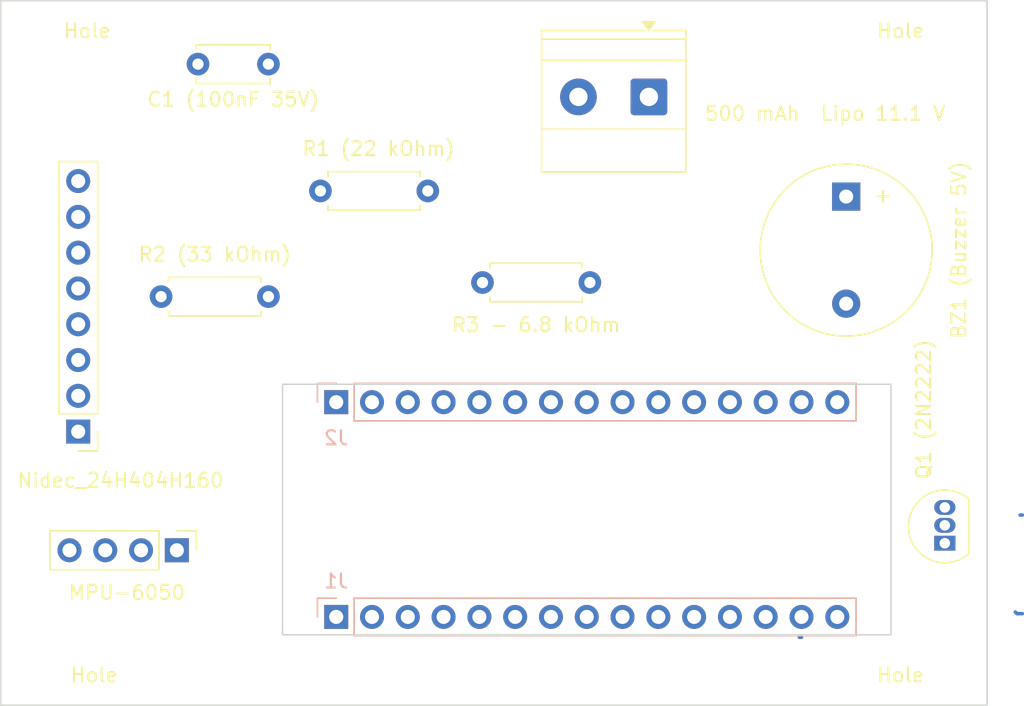
<source format=kicad_pcb>
(kicad_pcb (version 20241229) (generator "pcbnew") (generator_version "9.0")
  (title_block (date "sam. 04 avril 2015"))
  (layers (0 "F.Cu" signal) (2 "B.Cu" signal) (13 "F.Paste" user) (15 "B.Paste" user) (5 "F.SilkS" user "F.Silkscreen") (7 "B.SilkS" user "B.Silkscreen") (1 "F.Mask" user) (3 "B.Mask" user) (25 "Edge.Cuts" user))
  (net 0 "")
  (net 1 "GND")
  (net 2 "/~{RESET}")
  (net 3 "VCC")
  (net 4 "/*D9")
  (net 5 "/D8")
  (net 6 "/D7")
  (net 7 "/*D6")
  (net 8 "/*D5")
  (net 9 "/D4")
  (net 10 "+5V")
  (net 11 "/A3")
  (net 12 "/A2")
  (net 13 "/A1")
  (net 14 "/A0")
  (net 15 "/AREF")
  (net 16 "/D0{slash}RX")
  (net 17 "/D1{slash}TX")
  (net 18 "+3V3")
  (net 19 "/A7")
  (net 20 "/A6")
  (net 21 "/A5{slash}SCL")
  (net 22 "/A4{slash}SDA")
  (net 23 "/D13{slash}SCK")
  (net 24 "/D2")
  (net 25 "/*D3")
  (net 26 "/*D10{slash}SS")
  (net 27 "/*D11{slash}MOSI")
  (net 28 "/D12{slash}MISO")
  (net 29 "Net-(BZ1--)")
  (net 33 "Net-(Q1-E)")
  (footprint "Capacitor_THT:C_Disc_D5.0mm_W2.5mm_P5.00mm" (layer "F.Cu") (at 99 59.5 180)
    (property "Reference" "C1 (100nF 35V)" (at 2.5 -2.5 0) (layer "F.SilkS"))
    (property "Value" "100nF 35V")
    (fp_line (start 5.12 1.37) (end -0.12 1.37) (stroke (width 0.12)) (layer "F.SilkS"))
    (fp_line (start 5.12 1.033) (end 5.12 1.37) (stroke (width 0.12)) (layer "F.SilkS"))
    (fp_line (start 5.12 -1.37) (end 5.12 -1.033) (stroke (width 0.12)) (layer "F.SilkS"))
    (fp_line (start -0.12 1.37) (end -0.12 1.033) (stroke (width 0.12)) (layer "F.SilkS"))
    (fp_line (start -0.12 -1.033) (end -0.12 -1.37) (stroke (width 0.12)) (layer "F.SilkS"))
    (fp_line (start -0.12 -1.37) (end 5.12 -1.37) (stroke (width 0.12)) (layer "F.SilkS"))
    (pad "1" thru_hole circle (at 0 0 180) (size 1.6 1.6) (drill 0.8) (layers "*.Cu" "*.Mask") (net 19 "/A7"))
    (pad "2" thru_hole circle (at 5 0 180) (size 1.6 1.6) (drill 0.8) (layers "*.Cu" "*.Mask") (net 1 "GND"))
  )
  (footprint "Resistor_THT:R_Axial_DIN0207_L6.3mm_D2.5mm_P7.62mm_Horizontal" (layer "F.Cu") (at 102.69 68.5)
    (property "Reference" "R1 (22 kOhm)" (at 4.12 -3 0) (layer "F.SilkS"))
    (property "Value" "22 kOhm")
    (fp_line (start 0.54 -1.37) (end 7.08 -1.37) (stroke (width 0.12)) (layer "F.SilkS"))
    (fp_line (start 0.54 -1.04) (end 0.54 -1.37) (stroke (width 0.12)) (layer "F.SilkS"))
    (fp_line (start 0.54 1.04) (end 0.54 1.37) (stroke (width 0.12)) (layer "F.SilkS"))
    (fp_line (start 0.54 1.37) (end 7.08 1.37) (stroke (width 0.12)) (layer "F.SilkS"))
    (fp_line (start 7.08 -1.37) (end 7.08 -1.04) (stroke (width 0.12)) (layer "F.SilkS"))
    (fp_line (start 7.08 1.37) (end 7.08 1.04) (stroke (width 0.12)) (layer "F.SilkS"))
    (pad "1" thru_hole circle (at 0 0) (size 1.6 1.6) (drill 0.8) (layers "*.Cu" "*.Mask") (net 19 "/A7"))
    (pad "2" thru_hole circle (at 7.62 0) (size 1.6 1.6) (drill 0.8) (layers "*.Cu" "*.Mask") (net 1 "GND"))
  )
  (footprint "Resistor_THT:R_Axial_DIN0207_L6.3mm_D2.5mm_P7.62mm_Horizontal" (layer "F.Cu") (at 91.38 76)
    (property "Reference" "R2 (33 kOhm)" (at 3.81 -3 0) (layer "F.SilkS"))
    (property "Value" "33 kOhm")
    (fp_line (start 0.54 -1.37) (end 7.08 -1.37) (stroke (width 0.12)) (layer "F.SilkS"))
    (fp_line (start 0.54 -1.04) (end 0.54 -1.37) (stroke (width 0.12)) (layer "F.SilkS"))
    (fp_line (start 0.54 1.04) (end 0.54 1.37) (stroke (width 0.12)) (layer "F.SilkS"))
    (fp_line (start 0.54 1.37) (end 7.08 1.37) (stroke (width 0.12)) (layer "F.SilkS"))
    (fp_line (start 7.08 -1.37) (end 7.08 -1.04) (stroke (width 0.12)) (layer "F.SilkS"))
    (fp_line (start 7.08 1.37) (end 7.08 1.04) (stroke (width 0.12)) (layer "F.SilkS"))
    (pad "1" thru_hole circle (at 0 0) (size 1.6 1.6) (drill 0.8) (layers "*.Cu" "*.Mask") (net 3 "VCC"))
    (pad "2" thru_hole circle (at 7.62 0) (size 1.6 1.6) (drill 0.8) (layers "*.Cu" "*.Mask") (net 19 "/A7"))
  )
  (footprint "Arduino_MountingHole:MountingHole_65mil" (layer "F.Cu") (at 101.27 83.49)
    (property "Reference" "MH2" (hide yes))
    (property "Value" "MountingHole_65mil" (hide yes))
    (pad "" np_thru_hole circle (at 0 0) (size 1.651 1.651) (drill 1.651) (layers "*.Cu" "*.Mask"))
  )
  (footprint "Arduino_MountingHole:MountingHole_3.2mm" (layer "F.Cu") (at 82.04 102.96)
    (property "Reference" "Hole" (at 4.6 -0.1 0) (layer "F.SilkS"))
    (property "Value" "2.6mm")
    (pad "" np_thru_hole circle (at 0 0) (size 3.2 3.2) (drill 3.2) (layers "*.Cu" "*.Mask"))
  )
  (footprint "Connector_PinHeader_2.54mm:PinHeader_1x08_P2.54mm_Vertical" (layer "F.Cu") (at 85.5 85.58 180)
    (property "Reference" "Nidec_24H404H160" (at -3 -3.46 0) (layer "F.SilkS"))
    (property "Value" "~")
    (fp_line (start 1.38 1.27) (end 1.38 19.16) (stroke (width 0.12)) (layer "F.SilkS"))
    (fp_line (start -1.38 19.16) (end 1.38 19.16) (stroke (width 0.12)) (layer "F.SilkS"))
    (fp_line (start -1.38 1.27) (end 1.38 1.27) (stroke (width 0.12)) (layer "F.SilkS"))
    (fp_line (start -1.38 1.27) (end -1.38 19.16) (stroke (width 0.12)) (layer "F.SilkS"))
    (fp_line (start -1.38 0) (end -1.38 -1.38) (stroke (width 0.12)) (layer "F.SilkS"))
    (fp_line (start -1.38 -1.38) (end 0 -1.38) (stroke (width 0.12)) (layer "F.SilkS"))
    (pad "1" thru_hole rect (at 0 0 180) (size 1.7 1.7) (drill 1) (layers "*.Cu" "*.Mask") (net 3 "VCC"))
    (pad "2" thru_hole circle (at 0 2.54 180) (size 1.7 1.7) (drill 1) (layers "*.Cu" "*.Mask") (net 1 "GND"))
    (pad "3" thru_hole circle (at 0 5.08 180) (size 1.7 1.7) (drill 1) (layers "*.Cu" "*.Mask") (net 5 "/D8"))
    (pad "4" thru_hole circle (at 0 7.62 180) (size 1.7 1.7) (drill 1) (layers "*.Cu" "*.Mask") (net 4 "/*D9"))
    (pad "5" thru_hole circle (at 0 10.16 180) (size 1.7 1.7) (drill 1) (layers "*.Cu" "*.Mask") (net 9 "/D4"))
    (pad "6" thru_hole circle (at 0 12.7 180) (size 1.7 1.7) (drill 1) (layers "*.Cu" "*.Mask"))
    (pad "7" thru_hole circle (at 0 15.24 180) (size 1.7 1.7) (drill 1) (layers "*.Cu" "*.Mask"))
    (pad "8" thru_hole circle (at 0 17.78 180) (size 1.7 1.7) (drill 1) (layers "*.Cu" "*.Mask"))
  )
  (footprint "Arduino_MountingHole:MountingHole_3.2mm" (layer "F.Cu") (at 147.96 57.04)
    (property "Reference" "Hole" (at -4.1 0.1 0) (layer "F.SilkS"))
    (property "Value" "2.6mm")
    (pad "" np_thru_hole circle (at 0 0) (size 3.2 3.2) (drill 3.2) (layers "*.Cu" "*.Mask"))
  )
  (footprint "TerminalBlock_Phoenix:TerminalBlock_Phoenix_MKDS-1,5-2_1x02_P5.00mm_Horizontal" (layer "F.Cu") (at 126 61.8275 180)
    (property "Reference" "500 mAh  Lipo 11.1 V" (at -12.5 -1.1725 0) (layer "F.SilkS"))
    (property "Value" "Battery 500 mAh  Lipo (11.1 V)")
    (fp_line (start 7.62 4.72) (end 0.3 4.72) (stroke (width 0.12)) (layer "F.SilkS"))
    (fp_line (start 7.62 -5.32) (end 7.62 4.72) (stroke (width 0.12)) (layer "F.SilkS"))
    (fp_line (start -0.3 4.72) (end -2.62 4.72) (stroke (width 0.12)) (layer "F.SilkS"))
    (fp_line (start -2.62 4.72) (end -2.62 -5.32) (stroke (width 0.12)) (layer "F.SilkS"))
    (fp_line (start -2.62 4.1) (end 7.62 4.1) (stroke (width 0.12)) (layer "F.SilkS"))
    (fp_line (start -2.62 2.6) (end 7.62 2.6) (stroke (width 0.12)) (layer "F.SilkS"))
    (fp_line (start -2.62 -2.3) (end 7.62 -2.3) (stroke (width 0.12)) (layer "F.SilkS"))
    (fp_line (start -2.62 -5.32) (end 7.62 -5.32) (stroke (width 0.12)) (layer "F.SilkS"))
    (fp_poly (pts (xy 0 4.72) (xy 0.44 5.33) (xy -0.44 5.33)) (stroke (width 0.12)) (fill yes) (layer "F.SilkS"))
    (pad "1" thru_hole roundrect (at 0 0 180) (size 2.6 2.6) (drill 1.3) (layers "*.Cu" "*.Mask") (roundrect_rratio 0.096154) (net 3 "VCC"))
    (pad "2" thru_hole circle (at 5 0 180) (size 2.6 2.6) (drill 1.3) (layers "*.Cu" "*.Mask") (net 1 "GND"))
  )
  (footprint "Arduino_MountingHole:MountingHole_3.2mm" (layer "F.Cu") (at 147.96 102.96)
    (property "Reference" "Hole" (at -4.1 -0.1 0) (layer "F.SilkS"))
    (property "Value" "2.6mm")
    (pad "" np_thru_hole circle (at 0 0) (size 3.2 3.2) (drill 3.2) (layers "*.Cu" "*.Mask"))
  )
  (footprint "Arduino_MountingHole:MountingHole_65mil" (layer "F.Cu") (at 141.91 98.73)
    (property "Reference" "MH4" (hide yes))
    (property "Value" "MountingHole_65mil" (hide yes))
    (pad "" np_thru_hole circle (at 0 0) (size 1.651 1.651) (drill 1.651) (layers "*.Cu" "*.Mask"))
  )
  (footprint "Connector_PinHeader_2.54mm:PinHeader_1x04_P2.54mm_Vertical" (layer "F.Cu") (at 92.5 94 -90)
    (property "Reference" "MPU-6050" (at 3 3.54 0) (layer "F.SilkS"))
    (property "Value" "~")
    (fp_line (start -1.38 9) (end 1.38 9) (stroke (width 0.12)) (layer "F.SilkS"))
    (fp_line (start -1.38 1.27) (end -1.38 9) (stroke (width 0.12)) (layer "F.SilkS"))
    (fp_line (start -1.38 1.27) (end 1.38 1.27) (stroke (width 0.12)) (layer "F.SilkS"))
    (fp_line (start 1.38 1.27) (end 1.38 9) (stroke (width 0.12)) (layer "F.SilkS"))
    (fp_line (start -1.38 0) (end -1.38 -1.38) (stroke (width 0.12)) (layer "F.SilkS"))
    (fp_line (start -1.38 -1.38) (end 0 -1.38) (stroke (width 0.12)) (layer "F.SilkS"))
    (pad "1" thru_hole rect (at 0 0 270) (size 1.7 1.7) (drill 1) (layers "*.Cu" "*.Mask") (net 10 "+5V"))
    (pad "2" thru_hole circle (at 0 2.54 270) (size 1.7 1.7) (drill 1) (layers "*.Cu" "*.Mask") (net 1 "GND"))
    (pad "3" thru_hole circle (at 0 5.08 270) (size 1.7 1.7) (drill 1) (layers "*.Cu" "*.Mask") (net 21 "/A5{slash}SCL"))
    (pad "4" thru_hole circle (at 0 7.62 270) (size 1.7 1.7) (drill 1) (layers "*.Cu" "*.Mask") (net 22 "/A4{slash}SDA"))
  )
  (footprint "Package_TO_SOT_THT:TO-92L_Inline" (layer "F.Cu") (at 147 93.5 90)
    (property "Reference" "Q1 (2N2222)" (at 9.5 -1.5 90) (layer "F.SilkS"))
    (property "Value" "2N2222")
    (fp_line (start -0.75 1.7) (end 3.1 1.7) (stroke (width 0.12)) (layer "F.SilkS"))
    (fp_arc (start -0.75 1.7) (mid 1.183448 -2.579449) (end 3.138611 1.690122) (stroke (width 0.12)) (layer "F.SilkS"))
    (pad "1" thru_hole rect (at 0 0 90) (size 1.05 1.5) (drill 0.75) (layers "*.Cu" "*.Mask") (net 33 "Net-(Q1-E)"))
    (pad "2" thru_hole oval (at 1.27 0 90) (size 1.05 1.5) (drill 0.75) (layers "*.Cu" "*.Mask") (net 1 "GND"))
    (pad "3" thru_hole oval (at 2.54 0 90) (size 1.05 1.5) (drill 0.75) (layers "*.Cu" "*.Mask") (net 29 "Net-(BZ1--)"))
  )
  (footprint "Arduino_MountingHole:MountingHole_65mil" (layer "F.Cu") (at 101.27 98.73)
    (property "Reference" "MH1" (hide yes))
    (property "Value" "MountingHole_65mil" (hide yes))
    (pad "" np_thru_hole circle (at 0 0) (size 1.651 1.651) (drill 1.651) (layers "*.Cu" "*.Mask"))
  )
  (footprint "Resistor_THT:R_Axial_DIN0207_L6.3mm_D2.5mm_P7.62mm_Horizontal" (layer "F.Cu") (at 121.81 75 180)
    (property "Reference" "R3 - 6.8 kOhm" (at 3.81 -3 0) (layer "F.SilkS"))
    (property "Value" "6.8 kOhm")
    (fp_line (start 7.08 1.37) (end 7.08 1.04) (stroke (width 0.12)) (layer "F.SilkS"))
    (fp_line (start 7.08 -1.37) (end 7.08 -1.04) (stroke (width 0.12)) (layer "F.SilkS"))
    (fp_line (start 0.54 1.37) (end 7.08 1.37) (stroke (width 0.12)) (layer "F.SilkS"))
    (fp_line (start 0.54 1.04) (end 0.54 1.37) (stroke (width 0.12)) (layer "F.SilkS"))
    (fp_line (start 0.54 -1.04) (end 0.54 -1.37) (stroke (width 0.12)) (layer "F.SilkS"))
    (fp_line (start 0.54 -1.37) (end 7.08 -1.37) (stroke (width 0.12)) (layer "F.SilkS"))
    (pad "1" thru_hole circle (at 0 0 180) (size 1.6 1.6) (drill 0.8) (layers "*.Cu" "*.Mask") (net 33 "Net-(Q1-E)"))
    (pad "2" thru_hole circle (at 7.62 0 180) (size 1.6 1.6) (drill 0.8) (layers "*.Cu" "*.Mask") (net 28 "/D12{slash}MISO"))
  )
  (footprint "Arduino_MountingHole:MountingHole_65mil" (layer "F.Cu") (at 141.91 83.49)
    (property "Reference" "MH3" (hide yes))
    (property "Value" "MountingHole_65mil" (hide yes))
    (pad "" np_thru_hole circle (at 0 0) (size 1.651 1.651) (drill 1.651) (layers "*.Cu" "*.Mask"))
  )
  (footprint "Arduino_MountingHole:MountingHole_3.2mm" (layer "F.Cu") (at 82.04 57.04)
    (property "Reference" "Hole" (at 4.1 0.1 0) (layer "F.SilkS"))
    (property "Value" "2.6mm")
    (pad "" np_thru_hole circle (at 0 0) (size 3.2 3.2) (drill 3.2) (layers "*.Cu" "*.Mask"))
  )
  (footprint "Buzzer_Beeper:Buzzer_12x9.5RM7.6" (layer "F.Cu") (at 140 68.9 -90)
    (property "Reference" "BZ1 (Buzzer 5V)" (at 3.8 -8 90) (layer "F.SilkS"))
    (property "Value" "Buzzer 5V")
    (fp_circle (center 3.8 0) (end 9.9 0) (stroke (width 0.12)) (fill no) (layer "F.SilkS"))
    (fp_text user "+" (at -0.01 -2.54 90) (layer "F.SilkS"))
    (pad "1" thru_hole rect (at 0 0 270) (size 2 2) (drill 1) (layers "*.Cu" "*.Mask") (net 10 "+5V"))
    (pad "2" thru_hole circle (at 7.6 0 270) (size 2 2) (drill 1) (layers "*.Cu" "*.Mask") (net 29 "Net-(BZ1--)"))
  )
  (footprint "Connector_PinHeader_2.54mm:PinHeader_1x15_P2.54mm_Vertical" (layer "B.Cu") (at 103.81 98.73 -90)
    (property "Reference" "J1" (at -2.54 0 180) (layer "B.SilkS") (effects (justify mirror)))
    (property "Value" "Analog")
    (fp_line (start -1.33 1.33) (end 0 1.33) (stroke (width 0.12)) (layer "B.SilkS"))
    (fp_line (start -1.33 0) (end -1.33 1.33) (stroke (width 0.12)) (layer "B.SilkS"))
    (fp_line (start -1.33 -1.27) (end 1.33 -1.27) (stroke (width 0.12)) (layer "B.SilkS"))
    (fp_line (start -1.33 -1.27) (end -1.33 -36.89) (stroke (width 0.12)) (layer "B.SilkS"))
    (fp_line (start 1.33 -1.27) (end 1.33 -36.89) (stroke (width 0.12)) (layer "B.SilkS"))
    (fp_line (start -1.33 -36.89) (end 1.33 -36.89) (stroke (width 0.12)) (layer "B.SilkS"))
    (pad "1" thru_hole rect (at 0 0 270) (size 1.7 1.7) (drill 1) (layers "*.Cu" "*.Mask") (net 23 "/D13{slash}SCK"))
    (pad "2" thru_hole oval (at 0 -2.54 270) (size 1.7 1.7) (drill 1) (layers "*.Cu" "*.Mask") (net 18 "+3V3"))
    (pad "3" thru_hole oval (at 0 -5.08 270) (size 1.7 1.7) (drill 1) (layers "*.Cu" "*.Mask") (net 15 "/AREF"))
    (pad "4" thru_hole oval (at 0 -7.62 270) (size 1.7 1.7) (drill 1) (layers "*.Cu" "*.Mask") (net 14 "/A0"))
    (pad "5" thru_hole oval (at 0 -10.16 270) (size 1.7 1.7) (drill 1) (layers "*.Cu" "*.Mask") (net 13 "/A1"))
    (pad "6" thru_hole oval (at 0 -12.7 270) (size 1.7 1.7) (drill 1) (layers "*.Cu" "*.Mask") (net 12 "/A2"))
    (pad "7" thru_hole oval (at 0 -15.24 270) (size 1.7 1.7) (drill 1) (layers "*.Cu" "*.Mask") (net 11 "/A3"))
    (pad "8" thru_hole oval (at 0 -17.78 270) (size 1.7 1.7) (drill 1) (layers "*.Cu" "*.Mask") (net 22 "/A4{slash}SDA"))
    (pad "9" thru_hole oval (at 0 -20.32 270) (size 1.7 1.7) (drill 1) (layers "*.Cu" "*.Mask") (net 21 "/A5{slash}SCL"))
    (pad "10" thru_hole oval (at 0 -22.86 270) (size 1.7 1.7) (drill 1) (layers "*.Cu" "*.Mask") (net 20 "/A6"))
    (pad "11" thru_hole oval (at 0 -25.4 270) (size 1.7 1.7) (drill 1) (layers "*.Cu" "*.Mask") (net 19 "/A7"))
    (pad "12" thru_hole oval (at 0 -27.94 270) (size 1.7 1.7) (drill 1) (layers "*.Cu" "*.Mask") (net 10 "+5V"))
    (pad "13" thru_hole oval (at 0 -30.48 270) (size 1.7 1.7) (drill 1) (layers "*.Cu" "*.Mask") (net 2 "/~{RESET}"))
    (pad "14" thru_hole oval (at 0 -33.02 270) (size 1.7 1.7) (drill 1) (layers "*.Cu" "*.Mask") (net 1 "GND"))
    (pad "15" thru_hole oval (at 0 -35.56 270) (size 1.7 1.7) (drill 1) (layers "*.Cu" "*.Mask") (net 3 "VCC"))
  )
  (footprint "Connector_PinHeader_2.54mm:PinHeader_1x15_P2.54mm_Vertical" (layer "B.Cu") (at 103.81 83.49 -90)
    (property "Reference" "J2" (at 2.54 0 180) (layer "B.SilkS") (effects (justify mirror)))
    (property "Value" "Digital")
    (fp_line (start -1.33 1.33) (end 0 1.33) (stroke (width 0.12)) (layer "B.SilkS"))
    (fp_line (start -1.33 0) (end -1.33 1.33) (stroke (width 0.12)) (layer "B.SilkS"))
    (fp_line (start -1.33 -1.27) (end 1.33 -1.27) (stroke (width 0.12)) (layer "B.SilkS"))
    (fp_line (start -1.33 -1.27) (end -1.33 -36.89) (stroke (width 0.12)) (layer "B.SilkS"))
    (fp_line (start 1.33 -1.27) (end 1.33 -36.89) (stroke (width 0.12)) (layer "B.SilkS"))
    (fp_line (start -1.33 -36.89) (end 1.33 -36.89) (stroke (width 0.12)) (layer "B.SilkS"))
    (pad "1" thru_hole rect (at 0 0 270) (size 1.7 1.7) (drill 1) (layers "*.Cu" "*.Mask") (net 28 "/D12{slash}MISO"))
    (pad "2" thru_hole oval (at 0 -2.54 270) (size 1.7 1.7) (drill 1) (layers "*.Cu" "*.Mask") (net 27 "/*D11{slash}MOSI"))
    (pad "3" thru_hole oval (at 0 -5.08 270) (size 1.7 1.7) (drill 1) (layers "*.Cu" "*.Mask") (net 26 "/*D10{slash}SS"))
    (pad "4" thru_hole oval (at 0 -7.62 270) (size 1.7 1.7) (drill 1) (layers "*.Cu" "*.Mask") (net 4 "/*D9"))
    (pad "5" thru_hole oval (at 0 -10.16 270) (size 1.7 1.7) (drill 1) (layers "*.Cu" "*.Mask") (net 5 "/D8"))
    (pad "6" thru_hole oval (at 0 -12.7 270) (size 1.7 1.7) (drill 1) (layers "*.Cu" "*.Mask") (net 6 "/D7"))
    (pad "7" thru_hole oval (at 0 -15.24 270) (size 1.7 1.7) (drill 1) (layers "*.Cu" "*.Mask") (net 7 "/*D6"))
    (pad "8" thru_hole oval (at 0 -17.78 270) (size 1.7 1.7) (drill 1) (layers "*.Cu" "*.Mask") (net 8 "/*D5"))
    (pad "9" thru_hole oval (at 0 -20.32 270) (size 1.7 1.7) (drill 1) (layers "*.Cu" "*.Mask") (net 9 "/D4"))
    (pad "10" thru_hole oval (at 0 -22.86 270) (size 1.7 1.7) (drill 1) (layers "*.Cu" "*.Mask") (net 25 "/*D3"))
    (pad "11" thru_hole oval (at 0 -25.4 270) (size 1.7 1.7) (drill 1) (layers "*.Cu" "*.Mask") (net 24 "/D2"))
    (pad "12" thru_hole oval (at 0 -27.94 270) (size 1.7 1.7) (drill 1) (layers "*.Cu" "*.Mask") (net 1 "GND"))
    (pad "13" thru_hole oval (at 0 -30.48 270) (size 1.7 1.7) (drill 1) (layers "*.Cu" "*.Mask") (net 2 "/~{RESET}"))
    (pad "14" thru_hole oval (at 0 -33.02 270) (size 1.7 1.7) (drill 1) (layers "*.Cu" "*.Mask") (net 16 "/D0{slash}RX"))
    (pad "15" thru_hole oval (at 0 -35.56 270) (size 1.7 1.7) (drill 1) (layers "*.Cu" "*.Mask") (net 17 "/D1{slash}TX"))
  )
  (gr_rect (start 80 55) (end 150 105) (stroke (width 0.1)) (fill no) (layer "Edge.Cuts"))
  (gr_rect (start 100 82.22) (end 143.18 100) (stroke (width 0.1)) (fill no) (layer "Edge.Cuts"))
  (segment (start 136.83 98.73) (end 136.83 98.005) (width 0.25) (layer "B.Cu") (net 1))
  (segment (start 136.676 100.176) (end 136.83 100.176) (width 0.25) (layer "B.Cu") (net 1))
  (segment (start 152 98.38) (end 152.12 98.5) (width 0.25) (layer "B.Cu") (net 10))
  (segment (start 152.12 98.5) (end 152.5 98.5) (width 0.25) (layer "B.Cu") (net 10))
  (segment (start 152.341504 91.5) (end 152.5 91.5) (width 0.25) (layer "B.Cu") (net 33))
)
</source>
